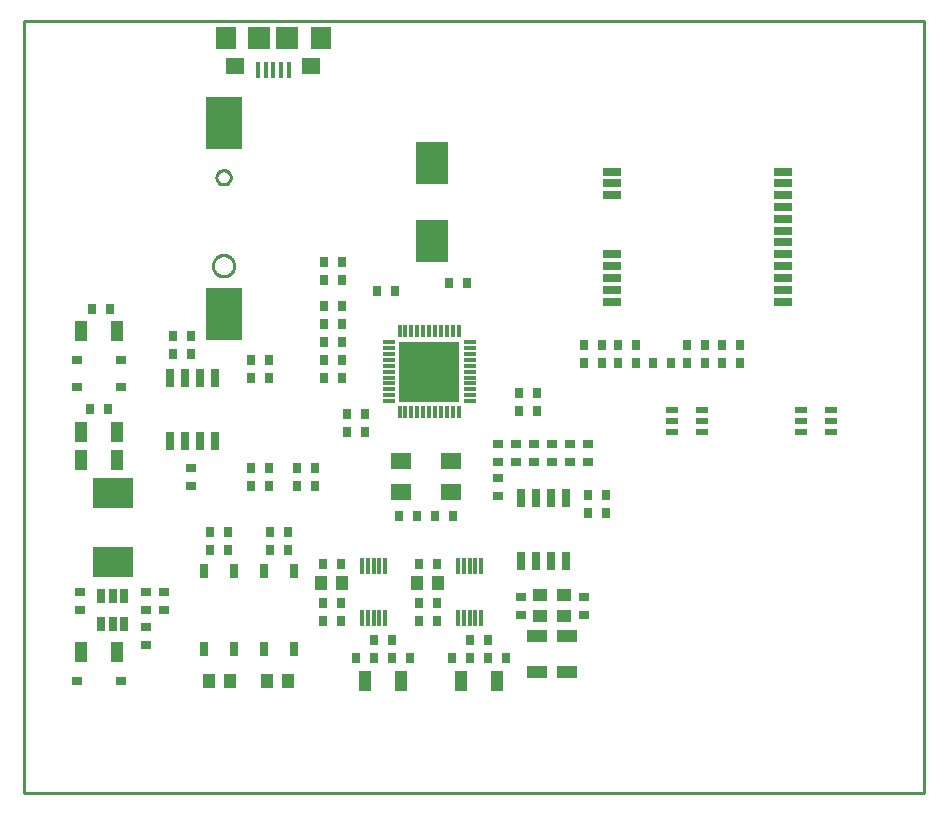
<source format=gbr>
G04 EAGLE Gerber RS-274X export*
G75*
%MOMM*%
%FSLAX34Y34*%
%LPD*%
%INSolderpaste Top*%
%IPPOS*%
%AMOC8*
5,1,8,0,0,1.08239X$1,22.5*%
G01*
%ADD10R,0.762000X0.889000*%
%ADD11R,0.889000X0.762000*%
%ADD12R,1.016000X1.778000*%
%ADD13R,1.778000X1.016000*%
%ADD14R,1.016000X0.304800*%
%ADD15R,0.304800X1.016000*%
%ADD16R,5.080000X5.080000*%
%ADD17R,0.762000X1.270000*%
%ADD18R,1.524000X0.700000*%
%ADD19R,1.016000X1.270000*%
%ADD20R,1.270000X1.016000*%
%ADD21R,1.651000X1.397000*%
%ADD22R,1.800000X1.900000*%
%ADD23R,1.900000X1.900000*%
%ADD24R,1.600000X1.400000*%
%ADD25R,0.400000X1.400000*%
%ADD26R,2.794000X3.556000*%
%ADD27R,0.635000X1.143000*%
%ADD28R,3.400000X2.600000*%
%ADD29R,0.300000X1.397000*%
%ADD30R,0.762000X1.524000*%
%ADD31R,3.048000X4.445000*%
%ADD32R,1.016000X0.508000*%
%ADD33C,0.254000*%


D10*
X419100Y323850D03*
X434340Y323850D03*
X72390Y410210D03*
X57150Y410210D03*
X473710Y379730D03*
X488950Y379730D03*
X473710Y364490D03*
X488950Y364490D03*
X547370Y364490D03*
X532130Y364490D03*
X419100Y339090D03*
X434340Y339090D03*
X492760Y237490D03*
X477520Y237490D03*
X492760Y252730D03*
X477520Y252730D03*
X269240Y397510D03*
X254000Y397510D03*
X317500Y234950D03*
X332740Y234950D03*
X363220Y234950D03*
X347980Y234950D03*
X298450Y425450D03*
X313690Y425450D03*
X254000Y351790D03*
X269240Y351790D03*
X273050Y321310D03*
X288290Y321310D03*
D11*
X81915Y367030D03*
X45085Y367030D03*
X81915Y95250D03*
X45085Y95250D03*
X81915Y344170D03*
X45085Y344170D03*
D12*
X78740Y391160D03*
X48260Y391160D03*
D13*
X434340Y102870D03*
X434340Y133350D03*
X459740Y102870D03*
X459740Y133350D03*
D14*
X308610Y381870D03*
X308610Y376870D03*
X308610Y371870D03*
X308610Y366870D03*
X308610Y361870D03*
X308610Y356870D03*
X308610Y351870D03*
X308610Y346870D03*
X308610Y341870D03*
X308610Y336870D03*
X308610Y331870D03*
D15*
X317900Y322580D03*
X322900Y322580D03*
X327900Y322580D03*
X332900Y322580D03*
X337900Y322580D03*
X342900Y322580D03*
X347900Y322580D03*
X352900Y322580D03*
X357900Y322580D03*
X362900Y322580D03*
X367900Y322580D03*
D14*
X377190Y331870D03*
X377190Y336870D03*
X377190Y341870D03*
X377190Y346870D03*
X377190Y351870D03*
X377190Y356870D03*
X377190Y361870D03*
X377190Y366870D03*
X377190Y371870D03*
X377190Y376870D03*
X377190Y381870D03*
D15*
X367900Y391160D03*
X362900Y391160D03*
X357900Y391160D03*
X352900Y391160D03*
X347900Y391160D03*
X342900Y391160D03*
X337900Y391160D03*
X332900Y391160D03*
X327900Y391160D03*
X322900Y391160D03*
X317900Y391160D03*
D16*
X342900Y356870D03*
D17*
X152400Y121940D03*
X177800Y121940D03*
X177800Y187940D03*
X152400Y187940D03*
X203200Y121940D03*
X228600Y121940D03*
X228600Y187940D03*
X203200Y187940D03*
D18*
X642620Y416210D03*
X642620Y426210D03*
X642620Y436210D03*
X642620Y446210D03*
X642620Y456210D03*
X642620Y466210D03*
X642620Y476210D03*
X642620Y486210D03*
X642620Y496210D03*
X642620Y506210D03*
X642620Y516210D03*
X642620Y526210D03*
X497840Y526210D03*
X497840Y516210D03*
X497840Y506210D03*
X497840Y456210D03*
X497840Y446210D03*
X497840Y436210D03*
X497840Y426210D03*
X497840Y416210D03*
D10*
X273050Y306070D03*
X288290Y306070D03*
X191770Y351790D03*
X207010Y351790D03*
X207010Y275590D03*
X191770Y275590D03*
X246380Y275590D03*
X231140Y275590D03*
X254000Y382270D03*
X269240Y382270D03*
D19*
X173990Y95250D03*
X156210Y95250D03*
D10*
X172720Y220980D03*
X157480Y220980D03*
D19*
X223520Y95250D03*
X205740Y95250D03*
D10*
X223520Y220980D03*
X208280Y220980D03*
D11*
X462280Y295910D03*
X462280Y280670D03*
X477520Y295910D03*
X477520Y280670D03*
D10*
X254000Y367030D03*
X269240Y367030D03*
D11*
X431800Y295910D03*
X431800Y280670D03*
X447040Y295910D03*
X447040Y280670D03*
X416560Y295910D03*
X416560Y280670D03*
X473710Y151130D03*
X473710Y166370D03*
D20*
X457200Y149860D03*
X457200Y167640D03*
X436880Y149860D03*
X436880Y167640D03*
D11*
X420370Y151130D03*
X420370Y166370D03*
D10*
X590550Y364490D03*
X605790Y364490D03*
X269240Y449580D03*
X254000Y449580D03*
X269240Y434340D03*
X254000Y434340D03*
X269240Y412750D03*
X254000Y412750D03*
X605790Y379730D03*
X590550Y379730D03*
X561340Y364490D03*
X576580Y364490D03*
X576580Y379730D03*
X561340Y379730D03*
X518160Y364490D03*
X502920Y364490D03*
X518160Y379730D03*
X502920Y379730D03*
D21*
X319405Y254635D03*
X361315Y254635D03*
X361315Y281305D03*
X319405Y281305D03*
D22*
X251000Y639550D03*
D23*
X223000Y639550D03*
D22*
X171000Y639550D03*
D23*
X199000Y639550D03*
D24*
X243000Y615550D03*
X179000Y615550D03*
D25*
X211000Y612550D03*
X217500Y612550D03*
X224000Y612550D03*
X204500Y612550D03*
X198000Y612550D03*
D26*
X345440Y467360D03*
X345440Y533400D03*
D10*
X359410Y431800D03*
X374650Y431800D03*
D27*
X65430Y142875D03*
X74930Y142875D03*
X84430Y142875D03*
X84430Y167005D03*
X74930Y167005D03*
X65430Y167005D03*
D12*
X48260Y119380D03*
X78740Y119380D03*
X48260Y281940D03*
X78740Y281940D03*
X48260Y306070D03*
X78740Y306070D03*
D28*
X74930Y253790D03*
X74930Y195790D03*
D11*
X46990Y170180D03*
X46990Y154940D03*
D10*
X55880Y325120D03*
X71120Y325120D03*
D11*
X102870Y125730D03*
X102870Y140970D03*
X118110Y170180D03*
X118110Y154940D03*
X102870Y154940D03*
X102870Y170180D03*
D10*
X377190Y129540D03*
X392430Y129540D03*
X361950Y114300D03*
X377190Y114300D03*
X407670Y114300D03*
X392430Y114300D03*
D12*
X400050Y95250D03*
X369570Y95250D03*
D10*
X172720Y205740D03*
X157480Y205740D03*
X223520Y205740D03*
X208280Y205740D03*
X334010Y161290D03*
X349250Y161290D03*
X334010Y146050D03*
X349250Y146050D03*
D11*
X401320Y266700D03*
X401320Y251460D03*
X401320Y280670D03*
X401320Y295910D03*
D10*
X349250Y194310D03*
X334010Y194310D03*
D19*
X332740Y177800D03*
X350520Y177800D03*
D12*
X288290Y95250D03*
X318770Y95250D03*
D10*
X311150Y114300D03*
X326390Y114300D03*
X295910Y114300D03*
X280670Y114300D03*
X295910Y129540D03*
X311150Y129540D03*
X252730Y146050D03*
X267970Y146050D03*
X252730Y161290D03*
X267970Y161290D03*
D19*
X251460Y177800D03*
X269240Y177800D03*
D10*
X267970Y194310D03*
X252730Y194310D03*
D29*
X305910Y192405D03*
X300910Y192405D03*
X295910Y192405D03*
X290910Y192405D03*
X285910Y192405D03*
X285910Y147955D03*
X290910Y147955D03*
X295910Y147955D03*
X300910Y147955D03*
X305910Y147955D03*
X387190Y192405D03*
X382190Y192405D03*
X377190Y192405D03*
X372190Y192405D03*
X367190Y192405D03*
X367190Y147955D03*
X372190Y147955D03*
X377190Y147955D03*
X382190Y147955D03*
X387190Y147955D03*
D30*
X458470Y250190D03*
X445770Y250190D03*
X433070Y250190D03*
X420370Y250190D03*
X420370Y196850D03*
X433070Y196850D03*
X445770Y196850D03*
X458470Y196850D03*
D10*
X191770Y260350D03*
X207010Y260350D03*
X231140Y260350D03*
X246380Y260350D03*
D30*
X161290Y351790D03*
X148590Y351790D03*
X135890Y351790D03*
X123190Y351790D03*
X123190Y298450D03*
X135890Y298450D03*
X148590Y298450D03*
X161290Y298450D03*
D11*
X140970Y260350D03*
X140970Y275590D03*
D10*
X125730Y387350D03*
X140970Y387350D03*
X125730Y372110D03*
X140970Y372110D03*
X207010Y367030D03*
X191770Y367030D03*
D31*
X168910Y567055D03*
X168910Y405765D03*
D32*
X548640Y324460D03*
X548640Y314960D03*
X548640Y305460D03*
X574040Y305460D03*
X574040Y314960D03*
X574040Y324460D03*
X657860Y324460D03*
X657860Y314960D03*
X657860Y305460D03*
X683260Y305460D03*
X683260Y314960D03*
X683260Y324460D03*
D33*
X0Y0D02*
X762000Y0D01*
X762000Y654050D01*
X0Y654050D01*
X0Y0D01*
X177910Y446012D02*
X177842Y445229D01*
X177705Y444455D01*
X177502Y443696D01*
X177233Y442958D01*
X176901Y442245D01*
X176508Y441565D01*
X176057Y440921D01*
X175552Y440319D01*
X174996Y439763D01*
X174394Y439258D01*
X173750Y438807D01*
X173070Y438414D01*
X172357Y438082D01*
X171619Y437813D01*
X170860Y437610D01*
X170086Y437474D01*
X169303Y437405D01*
X168517Y437405D01*
X167734Y437474D01*
X166960Y437610D01*
X166201Y437813D01*
X165463Y438082D01*
X164750Y438414D01*
X164070Y438807D01*
X163426Y439258D01*
X162824Y439763D01*
X162268Y440319D01*
X161763Y440921D01*
X161312Y441565D01*
X160919Y442245D01*
X160587Y442958D01*
X160318Y443696D01*
X160115Y444455D01*
X159979Y445229D01*
X159910Y446012D01*
X159910Y446798D01*
X159979Y447581D01*
X160115Y448355D01*
X160318Y449114D01*
X160587Y449852D01*
X160919Y450565D01*
X161312Y451245D01*
X161763Y451889D01*
X162268Y452491D01*
X162824Y453047D01*
X163426Y453552D01*
X164070Y454003D01*
X164750Y454396D01*
X165463Y454728D01*
X166201Y454997D01*
X166960Y455200D01*
X167734Y455337D01*
X168517Y455405D01*
X169303Y455405D01*
X170086Y455337D01*
X170860Y455200D01*
X171619Y454997D01*
X172357Y454728D01*
X173070Y454396D01*
X173750Y454003D01*
X174394Y453552D01*
X174996Y453047D01*
X175552Y452491D01*
X176057Y451889D01*
X176508Y451245D01*
X176901Y450565D01*
X177233Y449852D01*
X177502Y449114D01*
X177705Y448355D01*
X177842Y447581D01*
X177910Y446798D01*
X177910Y446012D01*
X174910Y520998D02*
X174835Y520328D01*
X174685Y519671D01*
X174462Y519035D01*
X174170Y518428D01*
X173811Y517858D01*
X173391Y517331D01*
X172914Y516854D01*
X172388Y516434D01*
X171817Y516075D01*
X171210Y515783D01*
X170574Y515560D01*
X169917Y515410D01*
X169247Y515335D01*
X168573Y515335D01*
X167903Y515410D01*
X167246Y515560D01*
X166610Y515783D01*
X166003Y516075D01*
X165433Y516434D01*
X164906Y516854D01*
X164429Y517331D01*
X164009Y517858D01*
X163650Y518428D01*
X163358Y519035D01*
X163135Y519671D01*
X162985Y520328D01*
X162910Y520998D01*
X162910Y521672D01*
X162985Y522342D01*
X163135Y522999D01*
X163358Y523635D01*
X163650Y524242D01*
X164009Y524813D01*
X164429Y525339D01*
X164906Y525816D01*
X165433Y526236D01*
X166003Y526595D01*
X166610Y526887D01*
X167246Y527110D01*
X167903Y527260D01*
X168573Y527335D01*
X169247Y527335D01*
X169917Y527260D01*
X170574Y527110D01*
X171210Y526887D01*
X171817Y526595D01*
X172388Y526236D01*
X172914Y525816D01*
X173391Y525339D01*
X173811Y524813D01*
X174170Y524242D01*
X174462Y523635D01*
X174685Y522999D01*
X174835Y522342D01*
X174910Y521672D01*
X174910Y520998D01*
M02*

</source>
